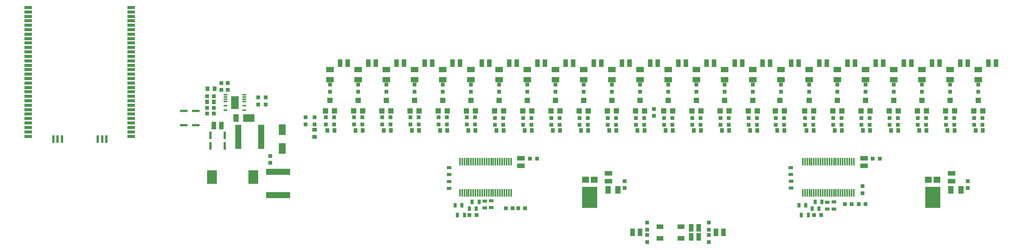
<source format=gtp>
G04*
G04 #@! TF.GenerationSoftware,Altium Limited,Altium Designer,19.0.4 (130)*
G04*
G04 Layer_Color=8421504*
%FSAX25Y25*%
%MOIN*%
G70*
G01*
G75*
%ADD24R,0.10200X0.07000*%
%ADD25R,0.04800X0.07000*%
%ADD26R,0.06000X0.05512*%
%ADD27R,0.13228X0.19134*%
%ADD28R,0.04000X0.03000*%
%ADD29R,0.07000X0.04500*%
%ADD30R,0.04500X0.07000*%
%ADD31R,0.04400X0.06600*%
%ADD32R,0.06600X0.04400*%
%ADD33R,0.03800X0.03500*%
%ADD34R,0.03500X0.03800*%
%ADD35R,0.06000X0.04000*%
%ADD36R,0.03200X0.03900*%
%ADD37R,0.03900X0.03200*%
%ADD38R,0.03000X0.04000*%
%ADD39R,0.04500X0.05000*%
%ADD40R,0.06500X0.11201*%
%ADD41R,0.03500X0.01201*%
%ADD42R,0.06102X0.09252*%
%ADD43R,0.08661X0.12008*%
%ADD44R,0.02441X0.07165*%
%ADD45R,0.07165X0.02441*%
%ADD46R,0.02362X0.07087*%
%ADD47R,0.07087X0.02756*%
%ADD48R,0.01181X0.07087*%
%ADD49R,0.21299X0.05236*%
%ADD50R,0.05236X0.21299*%
D24*
X0245541Y0136952D02*
D03*
D25*
X0234241D02*
D03*
D26*
X0855946Y0082244D02*
D03*
X0848174D02*
D03*
X0551831Y0082244D02*
D03*
X0544060D02*
D03*
D27*
X0852060Y0066567D02*
D03*
X0547946Y0066567D02*
D03*
D28*
X0726250Y0086866D02*
D03*
Y0092966D02*
D03*
X0423300Y0086866D02*
D03*
Y0092966D02*
D03*
X0726366Y0074724D02*
D03*
Y0080823D02*
D03*
X0423300Y0080550D02*
D03*
Y0074450D02*
D03*
X0758600Y0056250D02*
D03*
Y0062350D02*
D03*
X0454800Y0063150D02*
D03*
Y0057050D02*
D03*
X0764500Y0056350D02*
D03*
Y0062450D02*
D03*
X0460433Y0063550D02*
D03*
Y0057450D02*
D03*
D29*
X0892500Y0170951D02*
D03*
Y0179781D02*
D03*
X0867500D02*
D03*
Y0170951D02*
D03*
X0842500D02*
D03*
Y0179781D02*
D03*
X0817500D02*
D03*
Y0170951D02*
D03*
X0792500D02*
D03*
Y0179781D02*
D03*
X0767500D02*
D03*
Y0170951D02*
D03*
X0742484D02*
D03*
Y0179781D02*
D03*
X0717500D02*
D03*
Y0170951D02*
D03*
X0692500D02*
D03*
Y0179781D02*
D03*
X0667500D02*
D03*
Y0170951D02*
D03*
X0642500D02*
D03*
Y0179781D02*
D03*
X0617500D02*
D03*
Y0170951D02*
D03*
X0592500D02*
D03*
Y0179781D02*
D03*
X0567500D02*
D03*
Y0170951D02*
D03*
X0542500D02*
D03*
Y0179781D02*
D03*
X0517500D02*
D03*
Y0170951D02*
D03*
X0492500D02*
D03*
Y0179781D02*
D03*
X0467500D02*
D03*
Y0170951D02*
D03*
X0442500D02*
D03*
Y0179781D02*
D03*
X0417500D02*
D03*
Y0170951D02*
D03*
X0392500D02*
D03*
Y0179781D02*
D03*
X0367500D02*
D03*
Y0170951D02*
D03*
X0342539Y0170974D02*
D03*
Y0179805D02*
D03*
X0317500Y0179781D02*
D03*
Y0170951D02*
D03*
D30*
X0877119Y0073366D02*
D03*
X0868288D02*
D03*
X0564174Y0073366D02*
D03*
X0573004D02*
D03*
D31*
X0333342Y0185500D02*
D03*
X0326658D02*
D03*
X0351658D02*
D03*
X0358342D02*
D03*
X0383342D02*
D03*
X0376658D02*
D03*
X0401658D02*
D03*
X0408342D02*
D03*
X0432842D02*
D03*
X0426158D02*
D03*
X0452158D02*
D03*
X0458842D02*
D03*
X0483342D02*
D03*
X0476658D02*
D03*
X0501658D02*
D03*
X0508342D02*
D03*
X0533342D02*
D03*
X0526658D02*
D03*
X0551658D02*
D03*
X0558342D02*
D03*
X0583342D02*
D03*
X0576658D02*
D03*
X0601658D02*
D03*
X0608342D02*
D03*
X0633342D02*
D03*
X0626658D02*
D03*
X0651658D02*
D03*
X0658342D02*
D03*
X0683342D02*
D03*
X0676658D02*
D03*
X0701158D02*
D03*
X0707842D02*
D03*
X0733342D02*
D03*
X0726658D02*
D03*
X0751395D02*
D03*
X0758078D02*
D03*
X0783342D02*
D03*
X0776658D02*
D03*
X0801658D02*
D03*
X0808342D02*
D03*
X0833342D02*
D03*
X0826658D02*
D03*
X0851658D02*
D03*
X0858342D02*
D03*
X0883342D02*
D03*
X0876658D02*
D03*
X0901658D02*
D03*
X0908342D02*
D03*
X0592542Y0035600D02*
D03*
X0585858D02*
D03*
X0666375Y0035500D02*
D03*
X0659691D02*
D03*
X0644442Y0031579D02*
D03*
X0637758D02*
D03*
Y0039421D02*
D03*
X0644442D02*
D03*
X0214566Y0130366D02*
D03*
X0221249D02*
D03*
D32*
X0791032Y0101208D02*
D03*
Y0094524D02*
D03*
X0487000Y0094524D02*
D03*
Y0101208D02*
D03*
X0868766Y0087708D02*
D03*
Y0081024D02*
D03*
X0564652Y0081024D02*
D03*
Y0087708D02*
D03*
D33*
X0304000Y0131266D02*
D03*
Y0137466D02*
D03*
X0313760D02*
D03*
Y0131266D02*
D03*
X0321240D02*
D03*
Y0137466D02*
D03*
X0338783Y0137490D02*
D03*
Y0131290D02*
D03*
X0346264D02*
D03*
Y0137490D02*
D03*
X0363760Y0137466D02*
D03*
Y0131266D02*
D03*
X0371240D02*
D03*
Y0137466D02*
D03*
X0388760D02*
D03*
Y0131266D02*
D03*
X0396240D02*
D03*
Y0137466D02*
D03*
X0413760D02*
D03*
Y0131266D02*
D03*
X0421240D02*
D03*
Y0137466D02*
D03*
X0438760D02*
D03*
Y0131266D02*
D03*
X0446240D02*
D03*
Y0137466D02*
D03*
X0463760Y0136966D02*
D03*
Y0130766D02*
D03*
X0471240D02*
D03*
Y0136966D02*
D03*
X0488760D02*
D03*
Y0130766D02*
D03*
X0892500Y0166466D02*
D03*
Y0160266D02*
D03*
X0867500D02*
D03*
Y0166466D02*
D03*
X0842500D02*
D03*
Y0160266D02*
D03*
X0817500D02*
D03*
Y0166466D02*
D03*
X0792500D02*
D03*
Y0160266D02*
D03*
X0767500D02*
D03*
Y0166466D02*
D03*
X0742500D02*
D03*
Y0160266D02*
D03*
X0717500D02*
D03*
Y0166466D02*
D03*
X0692500D02*
D03*
Y0160266D02*
D03*
X0667500D02*
D03*
Y0166466D02*
D03*
X0642500D02*
D03*
Y0160266D02*
D03*
X0617500D02*
D03*
Y0166466D02*
D03*
X0605000Y0138766D02*
D03*
Y0144966D02*
D03*
X0896240Y0136966D02*
D03*
Y0130766D02*
D03*
X0888760D02*
D03*
Y0136966D02*
D03*
X0871240D02*
D03*
Y0130766D02*
D03*
X0863760D02*
D03*
Y0136966D02*
D03*
X0846240D02*
D03*
Y0130766D02*
D03*
X0838760D02*
D03*
Y0136966D02*
D03*
X0821240D02*
D03*
Y0130766D02*
D03*
X0813760D02*
D03*
Y0136966D02*
D03*
X0796240D02*
D03*
Y0130766D02*
D03*
X0788760D02*
D03*
Y0136966D02*
D03*
X0771240D02*
D03*
Y0130766D02*
D03*
X0763760D02*
D03*
Y0136966D02*
D03*
X0746240D02*
D03*
Y0130766D02*
D03*
X0738760D02*
D03*
Y0136966D02*
D03*
X0720240D02*
D03*
Y0130766D02*
D03*
X0712760D02*
D03*
Y0136966D02*
D03*
X0696240D02*
D03*
Y0130766D02*
D03*
X0688760D02*
D03*
Y0136966D02*
D03*
X0671240D02*
D03*
Y0130766D02*
D03*
X0663760D02*
D03*
Y0136966D02*
D03*
X0646240D02*
D03*
Y0130766D02*
D03*
X0638760D02*
D03*
Y0136966D02*
D03*
X0621240D02*
D03*
Y0130766D02*
D03*
X0613760D02*
D03*
Y0136966D02*
D03*
X0592500Y0160266D02*
D03*
Y0166466D02*
D03*
X0567500D02*
D03*
Y0160266D02*
D03*
X0542500D02*
D03*
Y0166466D02*
D03*
X0517500D02*
D03*
Y0160266D02*
D03*
X0492500D02*
D03*
Y0166466D02*
D03*
X0467500D02*
D03*
Y0160266D02*
D03*
X0442500D02*
D03*
Y0166466D02*
D03*
X0417500D02*
D03*
Y0160266D02*
D03*
X0392500D02*
D03*
Y0166466D02*
D03*
X0367500D02*
D03*
Y0160266D02*
D03*
X0342524Y0160290D02*
D03*
Y0166490D02*
D03*
X0317500Y0166466D02*
D03*
Y0160266D02*
D03*
X0296000Y0137431D02*
D03*
Y0131231D02*
D03*
X0596240Y0130766D02*
D03*
Y0136966D02*
D03*
X0588760D02*
D03*
Y0130766D02*
D03*
X0571240D02*
D03*
Y0136966D02*
D03*
X0563760D02*
D03*
Y0130766D02*
D03*
X0546240D02*
D03*
Y0136966D02*
D03*
X0538760D02*
D03*
Y0130766D02*
D03*
X0521240D02*
D03*
Y0136966D02*
D03*
X0513760D02*
D03*
Y0130766D02*
D03*
X0496240D02*
D03*
Y0136966D02*
D03*
X0790000Y0070240D02*
D03*
Y0076440D02*
D03*
X0598948Y0033100D02*
D03*
Y0026900D02*
D03*
Y0044100D02*
D03*
Y0037900D02*
D03*
X0883114Y0080966D02*
D03*
Y0074766D02*
D03*
X0579000Y0074766D02*
D03*
Y0080966D02*
D03*
X0653600Y0026900D02*
D03*
Y0033100D02*
D03*
Y0044100D02*
D03*
Y0037900D02*
D03*
X0264608Y0103302D02*
D03*
Y0097102D02*
D03*
X0260608Y0155210D02*
D03*
Y0149010D02*
D03*
X0253841D02*
D03*
Y0155210D02*
D03*
X0221150Y0161771D02*
D03*
Y0167971D02*
D03*
X0227000Y0161771D02*
D03*
Y0167971D02*
D03*
D34*
X0805108Y0100967D02*
D03*
X0798908D02*
D03*
X0494876Y0100967D02*
D03*
X0501077D02*
D03*
X0747000Y0051000D02*
D03*
X0753200D02*
D03*
X0447500D02*
D03*
X0441300D02*
D03*
X0780300Y0060500D02*
D03*
X0774100D02*
D03*
X0473400Y0057000D02*
D03*
X0479600D02*
D03*
X0792600Y0060500D02*
D03*
X0786400D02*
D03*
X0484400Y0057000D02*
D03*
X0490600D02*
D03*
X0214622Y0140752D02*
D03*
X0208422D02*
D03*
Y0156209D02*
D03*
X0214622D02*
D03*
X0208422Y0145972D02*
D03*
X0214622D02*
D03*
D35*
X0610301Y0040650D02*
D03*
Y0030350D02*
D03*
X0628899D02*
D03*
Y0040650D02*
D03*
D36*
X0890290Y0125866D02*
D03*
X0896590D02*
D03*
X0871590D02*
D03*
X0865290D02*
D03*
X0840290D02*
D03*
X0846590D02*
D03*
X0821590D02*
D03*
X0815290D02*
D03*
X0790290D02*
D03*
X0796590D02*
D03*
X0771590D02*
D03*
X0765290D02*
D03*
X0740290D02*
D03*
X0746590D02*
D03*
X0720590D02*
D03*
X0714290D02*
D03*
X0690290D02*
D03*
X0696590D02*
D03*
X0671590D02*
D03*
X0665290D02*
D03*
X0640290D02*
D03*
X0646590D02*
D03*
X0621590D02*
D03*
X0615290D02*
D03*
X0590290D02*
D03*
X0596590D02*
D03*
X0571590D02*
D03*
X0565290D02*
D03*
X0540290D02*
D03*
X0546590D02*
D03*
X0521590D02*
D03*
X0515290D02*
D03*
X0490290D02*
D03*
X0496590D02*
D03*
X0471590D02*
D03*
X0465290D02*
D03*
X0440290D02*
D03*
X0446590D02*
D03*
X0421590D02*
D03*
X0415290D02*
D03*
X0390290D02*
D03*
X0396590D02*
D03*
X0371590D02*
D03*
X0365290D02*
D03*
X0340314Y0125890D02*
D03*
X0346614D02*
D03*
X0321590Y0125866D02*
D03*
X0315290D02*
D03*
X0214672Y0151091D02*
D03*
X0208372D02*
D03*
X0208722Y0163000D02*
D03*
X0215022D02*
D03*
D37*
X0304000Y0120198D02*
D03*
Y0126498D02*
D03*
D38*
X0751350Y0056700D02*
D03*
X0745250D02*
D03*
X0441041Y0056376D02*
D03*
X0447141D02*
D03*
X0735667Y0051000D02*
D03*
X0741767D02*
D03*
X0436767D02*
D03*
X0430667D02*
D03*
X0733450Y0059500D02*
D03*
X0739550D02*
D03*
X0434550D02*
D03*
X0428450D02*
D03*
X0747714Y0062566D02*
D03*
X0753814D02*
D03*
X0449700Y0062566D02*
D03*
X0443600D02*
D03*
D39*
X0313510Y0143339D02*
D03*
X0321490D02*
D03*
X0317500Y0152394D02*
D03*
X0342524Y0152417D02*
D03*
X0346514Y0143362D02*
D03*
X0338533D02*
D03*
X0363510Y0143339D02*
D03*
X0371490D02*
D03*
X0367500Y0152394D02*
D03*
X0892500D02*
D03*
X0896490Y0143339D02*
D03*
X0888510D02*
D03*
X0863510D02*
D03*
X0871490D02*
D03*
X0867500Y0152394D02*
D03*
X0842500D02*
D03*
X0846490Y0143339D02*
D03*
X0838510D02*
D03*
X0813510D02*
D03*
X0821490D02*
D03*
X0817500Y0152394D02*
D03*
X0792500D02*
D03*
X0796490Y0143339D02*
D03*
X0788510D02*
D03*
X0763510D02*
D03*
X0771490D02*
D03*
X0767500Y0152394D02*
D03*
X0742500D02*
D03*
X0746490Y0143339D02*
D03*
X0738510D02*
D03*
X0712510D02*
D03*
X0720490D02*
D03*
X0716500Y0152394D02*
D03*
X0692500D02*
D03*
X0696490Y0143339D02*
D03*
X0688510D02*
D03*
X0663510D02*
D03*
X0671490D02*
D03*
X0667500Y0152394D02*
D03*
X0642500D02*
D03*
X0646490Y0143339D02*
D03*
X0638510D02*
D03*
X0613510D02*
D03*
X0621490D02*
D03*
X0617500Y0152394D02*
D03*
X0592500D02*
D03*
X0596490Y0143339D02*
D03*
X0588510D02*
D03*
X0563510D02*
D03*
X0571490D02*
D03*
X0567500Y0152394D02*
D03*
X0542500D02*
D03*
X0546490Y0143339D02*
D03*
X0538510D02*
D03*
X0513510D02*
D03*
X0521490D02*
D03*
X0517500Y0152394D02*
D03*
X0492500D02*
D03*
X0496490Y0143339D02*
D03*
X0488510D02*
D03*
X0463510D02*
D03*
X0471490D02*
D03*
X0467500Y0152394D02*
D03*
X0442500D02*
D03*
X0446490Y0143339D02*
D03*
X0438510D02*
D03*
X0413510D02*
D03*
X0421490D02*
D03*
X0417500Y0152394D02*
D03*
X0392500D02*
D03*
X0396490Y0143339D02*
D03*
X0388510D02*
D03*
D40*
X0233108Y0150697D02*
D03*
D41*
X0224813Y0143807D02*
D03*
Y0147744D02*
D03*
Y0151681D02*
D03*
Y0153650D02*
D03*
Y0155618D02*
D03*
Y0157587D02*
D03*
X0241404D02*
D03*
Y0155618D02*
D03*
Y0153650D02*
D03*
Y0151681D02*
D03*
Y0147744D02*
D03*
Y0143807D02*
D03*
D42*
X0275300Y0109766D02*
D03*
Y0126695D02*
D03*
D43*
X0212738Y0084555D02*
D03*
X0249352D02*
D03*
D44*
X0224207Y0112266D02*
D03*
X0211608D02*
D03*
X0224207Y0121500D02*
D03*
X0211608D02*
D03*
D45*
X0187976Y0130453D02*
D03*
Y0143051D02*
D03*
X0198659D02*
D03*
Y0130453D02*
D03*
D46*
X0111417Y0118339D02*
D03*
X0115354D02*
D03*
X0119291D02*
D03*
X0079921D02*
D03*
X0075984D02*
D03*
X0072047D02*
D03*
D47*
X0050000Y0136449D02*
D03*
Y0132512D02*
D03*
Y0128575D02*
D03*
Y0124638D02*
D03*
Y0120701D02*
D03*
Y0234874D02*
D03*
Y0230937D02*
D03*
Y0227000D02*
D03*
Y0223063D02*
D03*
Y0219126D02*
D03*
Y0215189D02*
D03*
Y0211252D02*
D03*
Y0187630D02*
D03*
Y0191567D02*
D03*
Y0195504D02*
D03*
Y0199441D02*
D03*
Y0203378D02*
D03*
Y0207315D02*
D03*
Y0164008D02*
D03*
Y0167945D02*
D03*
Y0171882D02*
D03*
Y0175819D02*
D03*
Y0179756D02*
D03*
Y0183693D02*
D03*
Y0140386D02*
D03*
Y0144323D02*
D03*
Y0148260D02*
D03*
Y0152197D02*
D03*
Y0156134D02*
D03*
Y0160071D02*
D03*
X0141339D02*
D03*
Y0156134D02*
D03*
Y0152197D02*
D03*
Y0148260D02*
D03*
Y0144323D02*
D03*
Y0140386D02*
D03*
Y0183693D02*
D03*
Y0179756D02*
D03*
Y0175819D02*
D03*
Y0171882D02*
D03*
Y0167945D02*
D03*
Y0164008D02*
D03*
Y0207315D02*
D03*
Y0203378D02*
D03*
Y0199441D02*
D03*
Y0195504D02*
D03*
Y0191567D02*
D03*
Y0187630D02*
D03*
Y0211252D02*
D03*
Y0215189D02*
D03*
Y0219126D02*
D03*
Y0223063D02*
D03*
Y0227000D02*
D03*
Y0230937D02*
D03*
Y0234874D02*
D03*
Y0120701D02*
D03*
Y0124638D02*
D03*
Y0128575D02*
D03*
Y0132512D02*
D03*
Y0136449D02*
D03*
D48*
X0478079Y0098343D02*
D03*
X0476110D02*
D03*
X0474142D02*
D03*
X0472173D02*
D03*
X0470205D02*
D03*
X0468236D02*
D03*
X0466268D02*
D03*
X0464299D02*
D03*
X0462331D02*
D03*
X0460362D02*
D03*
X0458394D02*
D03*
X0456425D02*
D03*
X0454457D02*
D03*
X0452488D02*
D03*
X0450520D02*
D03*
X0448551D02*
D03*
X0446583D02*
D03*
X0444614D02*
D03*
X0442646D02*
D03*
X0440677D02*
D03*
X0438709D02*
D03*
X0436740D02*
D03*
X0434772D02*
D03*
X0432803D02*
D03*
Y0070390D02*
D03*
X0434772D02*
D03*
X0436740D02*
D03*
X0438709D02*
D03*
X0440677D02*
D03*
X0442646D02*
D03*
X0444614D02*
D03*
X0446583D02*
D03*
X0448551D02*
D03*
X0450520D02*
D03*
X0452488D02*
D03*
X0454457D02*
D03*
X0456425D02*
D03*
X0458394D02*
D03*
X0460362D02*
D03*
X0462331D02*
D03*
X0464299D02*
D03*
X0466268D02*
D03*
X0468236D02*
D03*
X0470205D02*
D03*
X0472173D02*
D03*
X0474142D02*
D03*
X0476110D02*
D03*
X0478079D02*
D03*
X0782079D02*
D03*
X0780110D02*
D03*
X0778142D02*
D03*
X0776173D02*
D03*
X0774205D02*
D03*
X0772236D02*
D03*
X0770268D02*
D03*
X0768299D02*
D03*
X0766331D02*
D03*
X0764362D02*
D03*
X0762394D02*
D03*
X0760425D02*
D03*
X0758457D02*
D03*
X0756488D02*
D03*
X0754520D02*
D03*
X0752551D02*
D03*
X0750583D02*
D03*
X0748614D02*
D03*
X0746646D02*
D03*
X0744677D02*
D03*
X0742709D02*
D03*
X0740740D02*
D03*
X0738772D02*
D03*
X0736803D02*
D03*
Y0098343D02*
D03*
X0738772D02*
D03*
X0740740D02*
D03*
X0742709D02*
D03*
X0744677D02*
D03*
X0746646D02*
D03*
X0748614D02*
D03*
X0750583D02*
D03*
X0752551D02*
D03*
X0754520D02*
D03*
X0756488D02*
D03*
X0758457D02*
D03*
X0760425D02*
D03*
X0762394D02*
D03*
X0764362D02*
D03*
X0766331D02*
D03*
X0768299D02*
D03*
X0770268D02*
D03*
X0772236D02*
D03*
X0774205D02*
D03*
X0776173D02*
D03*
X0778142D02*
D03*
X0780110D02*
D03*
X0782079D02*
D03*
D49*
X0271634Y0068669D02*
D03*
Y0089063D02*
D03*
D50*
X0236144Y0120110D02*
D03*
X0256537D02*
D03*
M02*

</source>
